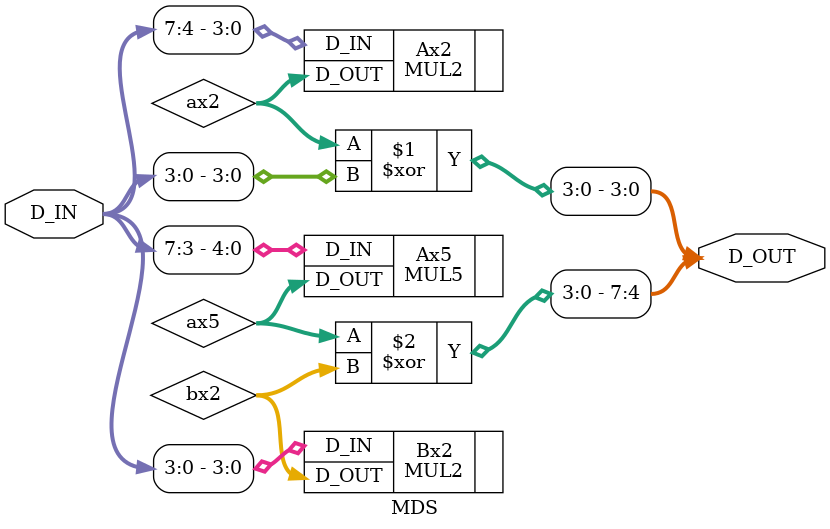
<source format=v>
`timescale 1ns / 1ps
module MDS(
   input [7:0] D_IN,
   output [7:0] D_OUT
);
	wire [3:0] ax2, ax5, bx2;

	MUL2 Ax2 (
    .D_IN(D_IN[7:4]), 
    .D_OUT(ax2)
   );
	
	MUL2 Bx2 (
    .D_IN(D_IN[3:0]), 
    .D_OUT(bx2)
   );
	
	MUL5 Ax5 (
    .D_IN(D_IN[7:3]), 
    .D_OUT(ax5)
   );
	
	assign D_OUT = {{ax5 ^ bx2}, {ax2 ^ D_IN[3:0]}};
endmodule

</source>
